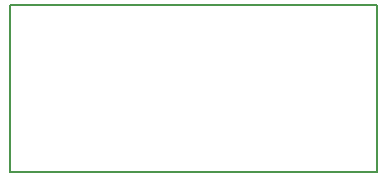
<source format=gbr>
G04 #@! TF.GenerationSoftware,KiCad,Pcbnew,(5.0.0)*
G04 #@! TF.CreationDate,2019-03-13T18:14:50+01:00*
G04 #@! TF.ProjectId,3d_extension,33645F657874656E73696F6E2E6B6963,100A*
G04 #@! TF.SameCoordinates,Original*
G04 #@! TF.FileFunction,Profile,NP*
%FSLAX46Y46*%
G04 Gerber Fmt 4.6, Leading zero omitted, Abs format (unit mm)*
G04 Created by KiCad (PCBNEW (5.0.0)) date 03/13/19 18:14:50*
%MOMM*%
%LPD*%
G01*
G04 APERTURE LIST*
%ADD10C,0.200000*%
G04 APERTURE END LIST*
D10*
X131150000Y-82000000D02*
X131150000Y-96100000D01*
X162150000Y-82000000D02*
X131150000Y-82000000D01*
X162150000Y-96100000D02*
X162150000Y-82000000D01*
X131150000Y-96100000D02*
X162150000Y-96100000D01*
M02*

</source>
